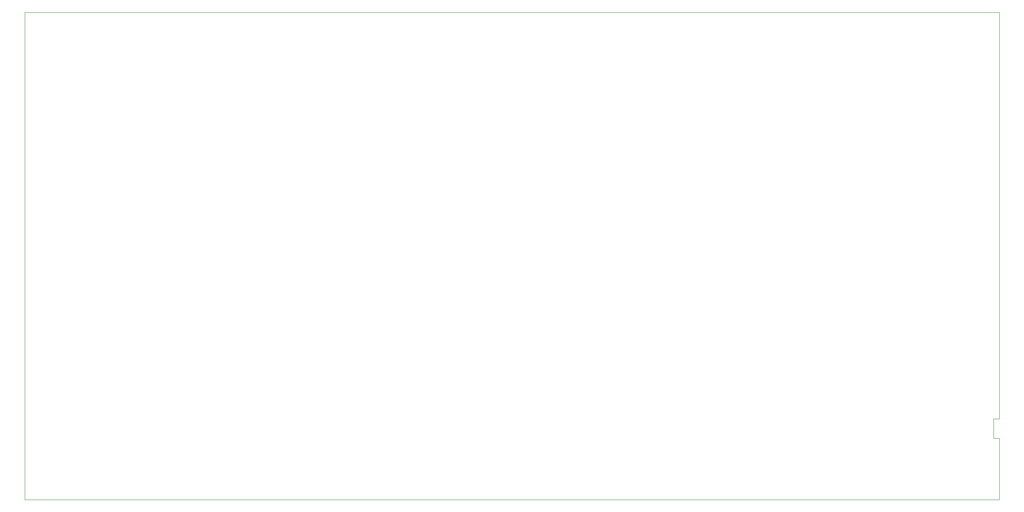
<source format=gm1>
%TF.GenerationSoftware,KiCad,Pcbnew,8.0.0*%
%TF.CreationDate,2024-08-13T08:30:52+02:00*%
%TF.ProjectId,logic_noise_playground,6c6f6769-635f-46e6-9f69-73655f706c61,rev?*%
%TF.SameCoordinates,Original*%
%TF.FileFunction,Profile,NP*%
%FSLAX46Y46*%
G04 Gerber Fmt 4.6, Leading zero omitted, Abs format (unit mm)*
G04 Created by KiCad (PCBNEW 8.0.0) date 2024-08-13 08:30:52*
%MOMM*%
%LPD*%
G01*
G04 APERTURE LIST*
%TA.AperFunction,Profile*%
%ADD10C,0.100000*%
%TD*%
%TA.AperFunction,Profile*%
%ADD11C,0.010000*%
%TD*%
G04 APERTURE END LIST*
D10*
X235040000Y-141390000D02*
X235000000Y-150000000D01*
X35000000Y-50000000D02*
X35000000Y-150000000D01*
X235000000Y-50000000D02*
X35000000Y-50000000D01*
X35000000Y-150000000D02*
X235000000Y-150000000D01*
X235040000Y-129390000D02*
X235000000Y-50000000D01*
D11*
%TO.C,J2*%
X233840000Y-133390000D02*
X235040000Y-133390000D01*
X233840000Y-137390000D02*
X233840000Y-133390000D01*
D10*
X235040000Y-133390000D02*
X235040000Y-129390000D01*
D11*
X235040000Y-137390000D02*
X233840000Y-137390000D01*
D10*
X235040000Y-141390000D02*
X235040000Y-137390000D01*
%TD*%
M02*

</source>
